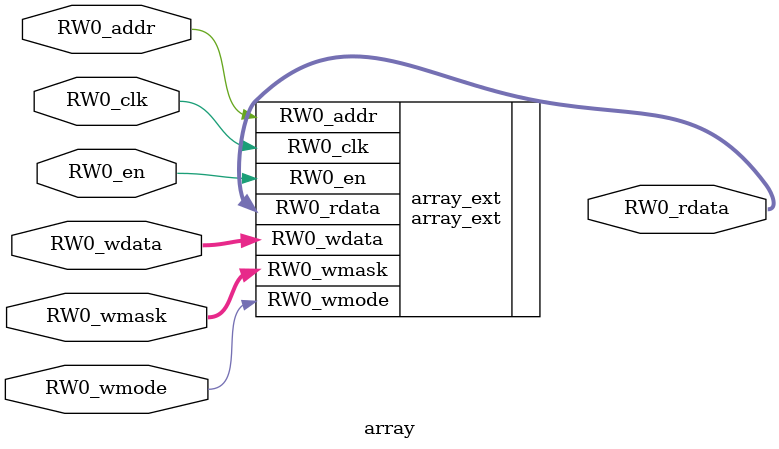
<source format=sv>
`ifndef RANDOMIZE
  `ifdef RANDOMIZE_MEM_INIT
    `define RANDOMIZE
  `endif // RANDOMIZE_MEM_INIT
`endif // not def RANDOMIZE
`ifndef RANDOMIZE
  `ifdef RANDOMIZE_REG_INIT
    `define RANDOMIZE
  `endif // RANDOMIZE_REG_INIT
`endif // not def RANDOMIZE

`ifndef RANDOM
  `define RANDOM $random
`endif // not def RANDOM

// Users can define INIT_RANDOM as general code that gets injected into the
// initializer block for modules with registers.
`ifndef INIT_RANDOM
  `define INIT_RANDOM
`endif // not def INIT_RANDOM

// If using random initialization, you can also define RANDOMIZE_DELAY to
// customize the delay used, otherwise 0.002 is used.
`ifndef RANDOMIZE_DELAY
  `define RANDOMIZE_DELAY 0.002
`endif // not def RANDOMIZE_DELAY

// Define INIT_RANDOM_PROLOG_ for use in our modules below.
`ifndef INIT_RANDOM_PROLOG_
  `ifdef RANDOMIZE
    `ifdef VERILATOR
      `define INIT_RANDOM_PROLOG_ `INIT_RANDOM
    `else  // VERILATOR
      `define INIT_RANDOM_PROLOG_ `INIT_RANDOM #`RANDOMIZE_DELAY begin end
    `endif // VERILATOR
  `else  // RANDOMIZE
    `define INIT_RANDOM_PROLOG_
  `endif // RANDOMIZE
`endif // not def INIT_RANDOM_PROLOG_

// Include register initializers in init blocks unless synthesis is set
`ifndef SYNTHESIS
  `ifndef ENABLE_INITIAL_REG_
    `define ENABLE_INITIAL_REG_
  `endif // not def ENABLE_INITIAL_REG_
`endif // not def SYNTHESIS

// Include rmemory initializers in init blocks unless synthesis is set
`ifndef SYNTHESIS
  `ifndef ENABLE_INITIAL_MEM_
    `define ENABLE_INITIAL_MEM_
  `endif // not def ENABLE_INITIAL_MEM_
`endif // not def SYNTHESIS

module array(
  input         RW0_addr,
  input         RW0_en,
  input         RW0_clk,
  input         RW0_wmode,
  input  [81:0] RW0_wdata,
  output [81:0] RW0_rdata,
  input  [1:0]  RW0_wmask
);

  array_ext array_ext (
    .RW0_addr  (RW0_addr),
    .RW0_en    (RW0_en),
    .RW0_clk   (RW0_clk),
    .RW0_wmode (RW0_wmode),
    .RW0_wdata (RW0_wdata),
    .RW0_rdata (RW0_rdata),
    .RW0_wmask (RW0_wmask)
  );
endmodule


</source>
